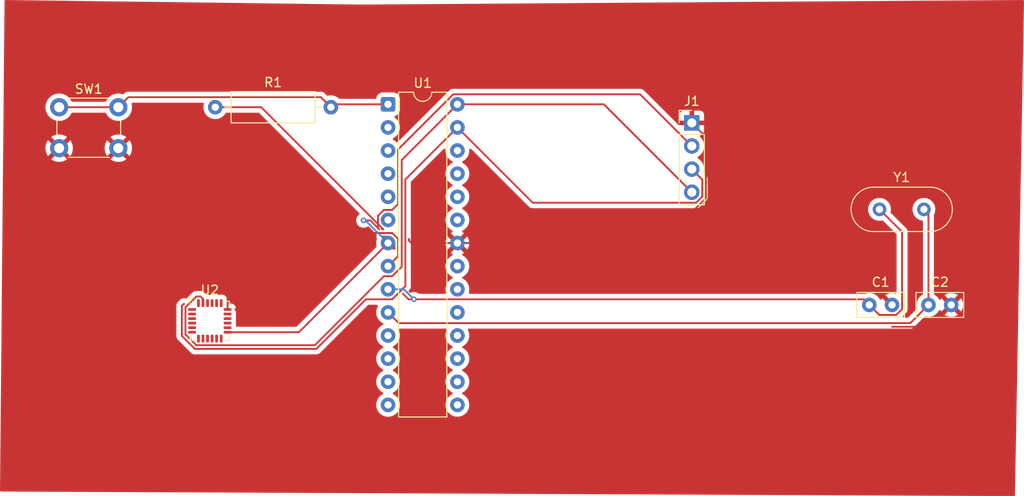
<source format=kicad_pcb>
(kicad_pcb (version 20241229) (generator "pcbnew") (generator_version "9.0")
  (layers (0 "F.Cu" signal) (2 "B.Cu" signal) (13 "F.Paste" user) (15 "B.Paste" user) (5 "F.SilkS" user "F.Silkscreen") (7 "B.SilkS" user "B.Silkscreen") (1 "F.Mask" user) (3 "B.Mask" user) (25 "Edge.Cuts" user))
  (net 0 "")
  (net 1 "Net-(U1-XTAL1{slash}PB6)")
  (net 2 "Net-(J1-Pin_1)")
  (net 3 "Net-(U1-XTAL2{slash}PB7)")
  (net 4 "Net-(J1-Pin_2)")
  (net 5 "Net-(J1-Pin_4)")
  (net 6 "Net-(J1-Pin_3)")
  (net 7 "Net-(U1-~{RESET}{slash}PC6)")
  (footprint "Crystal:Crystal_HC49-U_Vertical" (layer "F.Cu") (at 175.12 84)
    (property "Reference" "Y1" (at 2.44 -3.52 0) (layer "F.SilkS"))
    (property "Value" "Crystal")
    (fp_line (start -0.685 -2.435) (end 5.565 -2.435) (stroke (width 0.12)) (layer "F.SilkS"))
    (fp_line (start -0.685 2.435) (end 5.565 2.435) (stroke (width 0.12)) (layer "F.SilkS"))
    (fp_arc (start -0.685 2.435) (mid -3.12 0) (end -0.685 -2.435) (stroke (width 0.12)) (layer "F.SilkS"))
    (fp_arc (start 5.565 -2.435) (mid 8 0) (end 5.565 2.435) (stroke (width 0.12)) (layer "F.SilkS"))
    (pad "1" thru_hole circle (at 0 0) (size 1.5 1.5) (drill 0.8) (layers "*.Cu" "*.Mask") (net 1 "Net-(U1-XTAL1{slash}PB6)"))
    (pad "2" thru_hole circle (at 4.88 0) (size 1.5 1.5) (drill 0.8) (layers "*.Cu" "*.Mask") (net 3 "Net-(U1-XTAL2{slash}PB7)"))
  )
  (footprint "Button_Switch_THT:SW_PUSH_6mm_H5mm" (layer "F.Cu") (at 85 72.78)
    (property "Reference" "SW1" (at 3.25 -2 0) (layer "F.SilkS"))
    (property "Value" "SW_Push")
    (fp_line (start -0.25 1.5) (end -0.25 3) (stroke (width 0.12)) (layer "F.SilkS"))
    (fp_line (start 1 5.5) (end 5.5 5.5) (stroke (width 0.12)) (layer "F.SilkS"))
    (fp_line (start 5.5 -1) (end 1 -1) (stroke (width 0.12)) (layer "F.SilkS"))
    (fp_line (start 6.75 3) (end 6.75 1.5) (stroke (width 0.12)) (layer "F.SilkS"))
    (pad "1" thru_hole circle (at 0 0 90) (size 2 2) (drill 1.1) (layers "*.Cu" "*.Mask") (net 7 "Net-(U1-~{RESET}{slash}PC6)"))
    (pad "1" thru_hole circle (at 6.5 0 90) (size 2 2) (drill 1.1) (layers "*.Cu" "*.Mask") (net 7 "Net-(U1-~{RESET}{slash}PC6)"))
    (pad "2" thru_hole circle (at 0 4.5 90) (size 2 2) (drill 1.1) (layers "*.Cu" "*.Mask") (net 2 "Net-(J1-Pin_1)"))
    (pad "2" thru_hole circle (at 6.5 4.5 90) (size 2 2) (drill 1.1) (layers "*.Cu" "*.Mask") (net 2 "Net-(J1-Pin_1)"))
  )
  (footprint "Sensor_Motion:InvenSense_QFN-24_4x4mm_P0.5mm" (layer "F.Cu") (at 101.55 96.25)
    (property "Reference" "U2" (at 0 -3.375 0) (layer "F.SilkS"))
    (property "Value" "MPU-6050")
    (fp_line (start -2.15 -1.685) (end -2.15 -1.91) (stroke (width 0.12)) (layer "F.SilkS"))
    (fp_line (start -2.15 2.15) (end -2.15 1.625) (stroke (width 0.12)) (layer "F.SilkS"))
    (fp_line (start -2.15 2.15) (end -1.625 2.15) (stroke (width 0.12)) (layer "F.SilkS"))
    (fp_line (start -1.625 -2.15) (end -1.85 -2.15) (stroke (width 0.12)) (layer "F.SilkS"))
    (fp_line (start 2.15 -2.15) (end 1.625 -2.15) (stroke (width 0.12)) (layer "F.SilkS"))
    (fp_line (start 2.15 -2.15) (end 2.15 -1.625) (stroke (width 0.12)) (layer "F.SilkS"))
    (fp_line (start 2.15 2.15) (end 1.625 2.15) (stroke (width 0.12)) (layer "F.SilkS"))
    (fp_line (start 2.15 2.15) (end 2.15 1.625) (stroke (width 0.12)) (layer "F.SilkS"))
    (fp_poly (pts (xy -2.15 -2.15) (xy -2.39 -2.48) (xy -1.91 -2.48) (xy -2.15 -2.15)) (stroke (width 0.12)) (fill yes) (layer "F.SilkS"))
    (pad "1" smd roundrect (at -1.95 -1.25) (size 0.85 0.3) (layers "F.Cu" "F.Mask" "F.Paste"))
    (pad "2" smd roundrect (at -1.95 -0.75) (size 0.85 0.3) (layers "F.Cu" "F.Mask" "F.Paste"))
    (pad "3" smd roundrect (at -1.95 -0.25) (size 0.85 0.3) (layers "F.Cu" "F.Mask" "F.Paste"))
    (pad "4" smd roundrect (at -1.95 0.25) (size 0.85 0.3) (layers "F.Cu" "F.Mask" "F.Paste"))
    (pad "5" smd roundrect (at -1.95 0.75) (size 0.85 0.3) (layers "F.Cu" "F.Mask" "F.Paste"))
    (pad "6" smd roundrect (at -1.95 1.25) (size 0.85 0.3) (layers "F.Cu" "F.Mask" "F.Paste"))
    (pad "7" smd roundrect (at -1.25 1.95 90) (size 0.85 0.3) (layers "F.Cu" "F.Mask" "F.Paste"))
    (pad "8" smd roundrect (at -0.75 1.95 90) (size 0.85 0.3) (layers "F.Cu" "F.Mask" "F.Paste"))
    (pad "9" smd roundrect (at -0.25 1.95 90) (size 0.85 0.3) (layers "F.Cu" "F.Mask" "F.Paste"))
    (pad "10" smd roundrect (at 0.25 1.95 90) (size 0.85 0.3) (layers "F.Cu" "F.Mask" "F.Paste"))
    (pad "11" smd roundrect (at 0.75 1.95 90) (size 0.85 0.3) (layers "F.Cu" "F.Mask" "F.Paste"))
    (pad "12" smd roundrect (at 1.25 1.95 90) (size 0.85 0.3) (layers "F.Cu" "F.Mask" "F.Paste"))
    (pad "13" smd roundrect (at 1.95 1.25) (size 0.85 0.3) (layers "F.Cu" "F.Mask" "F.Paste") (net 4 "Net-(J1-Pin_2)"))
    (pad "14" smd roundrect (at 1.95 0.75) (size 0.85 0.3) (layers "F.Cu" "F.Mask" "F.Paste"))
    (pad "15" smd roundrect (at 1.95 0.25) (size 0.85 0.3) (layers "F.Cu" "F.Mask" "F.Paste"))
    (pad "16" smd roundrect (at 1.95 -0.25) (size 0.85 0.3) (layers "F.Cu" "F.Mask" "F.Paste"))
    (pad "17" smd roundrect (at 1.95 -0.75) (size 0.85 0.3) (layers "F.Cu" "F.Mask" "F.Paste"))
    (pad "18" smd roundrect (at 1.95 -1.25) (size 0.85 0.3) (layers "F.Cu" "F.Mask" "F.Paste") (net 2 "Net-(J1-Pin_1)"))
    (pad "19" smd roundrect (at 1.25 -1.95 90) (size 0.85 0.3) (layers "F.Cu" "F.Mask" "F.Paste"))
    (pad "20" smd roundrect (at 0.75 -1.95 90) (size 0.85 0.3) (layers "F.Cu" "F.Mask" "F.Paste"))
    (pad "21" smd roundrect (at 0.25 -1.95 90) (size 0.85 0.3) (layers "F.Cu" "F.Mask" "F.Paste"))
    (pad "22" smd roundrect (at -0.25 -1.95 90) (size 0.85 0.3) (layers "F.Cu" "F.Mask" "F.Paste"))
    (pad "23" smd roundrect (at -0.75 -1.95 90) (size 0.85 0.3) (layers "F.Cu" "F.Mask" "F.Paste") (net 5 "Net-(J1-Pin_4)"))
    (pad "24" smd roundrect (at -1.25 -1.95 90) (size 0.85 0.3) (layers "F.Cu" "F.Mask" "F.Paste") (net 6 "Net-(J1-Pin_3)"))
    (zone (net 0) (net_name "") (layer "F.Cu") (connect_pads (clearance 0)) (min_thickness 0.254)
      (keepout (tracks not_allowed) (vias not_allowed) (pads not_allowed) (copperpour not_allowed) (footprints allowed))
      (fill (thermal_gap 0.508) (thermal_bridge_width 0.508))
      (polygon (pts (xy 100.175 94.925) (xy 102.925 94.925) (xy 102.925 97.575) (xy 100.175 97.575)))
    )
  )
  (footprint "Resistor_THT:R_Axial_DIN0309_L9.0mm_D3.2mm_P12.70mm_Horizontal" (layer "F.Cu") (at 102.15 72.78)
    (property "Reference" "R1" (at 6.35 -2.72 0) (layer "F.SilkS"))
    (property "Value" "R")
    (fp_line (start 1.04 0) (end 1.73 0) (stroke (width 0.12)) (layer "F.SilkS"))
    (fp_line (start 11.66 0) (end 10.97 0) (stroke (width 0.12)) (layer "F.SilkS"))
    (fp_rect (start 1.73 -1.72) (end 10.97 1.72) (stroke (width 0.12)) (fill no) (layer "F.SilkS"))
    (pad "1" thru_hole circle (at 0 0) (size 1.6 1.6) (drill 0.8) (layers "*.Cu" "*.Mask") (net 4 "Net-(J1-Pin_2)"))
    (pad "2" thru_hole circle (at 12.7 0) (size 1.6 1.6) (drill 0.8) (layers "*.Cu" "*.Mask") (net 7 "Net-(U1-~{RESET}{slash}PC6)"))
  )
  (footprint "Capacitor_THT:C_Disc_D5.0mm_W2.5mm_P2.50mm" (layer "F.Cu") (at 174 94.5)
    (property "Reference" "C1" (at 1.25 -2.5 0) (layer "F.SilkS"))
    (property "Value" "C")
    (fp_line (start -1.37 -1.37) (end -1.37 1.37) (stroke (width 0.12)) (layer "F.SilkS"))
    (fp_line (start -1.37 -1.37) (end 3.87 -1.37) (stroke (width 0.12)) (layer "F.SilkS"))
    (fp_line (start -1.37 1.37) (end 3.87 1.37) (stroke (width 0.12)) (layer "F.SilkS"))
    (fp_line (start 3.87 -1.37) (end 3.87 1.37) (stroke (width 0.12)) (layer "F.SilkS"))
    (pad "1" thru_hole circle (at 0 0) (size 1.6 1.6) (drill 0.8) (layers "*.Cu" "*.Mask") (net 1 "Net-(U1-XTAL1{slash}PB6)"))
    (pad "2" thru_hole circle (at 2.5 0) (size 1.6 1.6) (drill 0.8) (layers "*.Cu" "*.Mask") (net 2 "Net-(J1-Pin_1)"))
  )
  (footprint "Package_DIP:DIP-28_W7.62mm" (layer "F.Cu") (at 121.13 72.46)
    (property "Reference" "U1" (at 3.81 -2.33 0) (layer "F.SilkS"))
    (property "Value" "ATmega328P-P")
    (fp_line (start 1.16 -1.33) (end 1.16 34.35) (stroke (width 0.12)) (layer "F.SilkS"))
    (fp_line (start 1.16 34.35) (end 6.46 34.35) (stroke (width 0.12)) (layer "F.SilkS"))
    (fp_line (start 2.81 -1.33) (end 1.16 -1.33) (stroke (width 0.12)) (layer "F.SilkS"))
    (fp_line (start 6.46 -1.33) (end 4.81 -1.33) (stroke (width 0.12)) (layer "F.SilkS"))
    (fp_line (start 6.46 34.35) (end 6.46 -1.33) (stroke (width 0.12)) (layer "F.SilkS"))
    (fp_arc (start 4.81 -1.33) (mid 3.81 -0.33) (end 2.81 -1.33) (stroke (width 0.12)) (layer "F.SilkS"))
    (pad "1" thru_hole roundrect (at 0 0) (size 1.6 1.6) (drill 0.8) (layers "*.Cu" "*.Mask") (roundrect_rratio 0.15625) (net 7 "Net-(U1-~{RESET}{slash}PC6)"))
    (pad "2" thru_hole circle (at 0 2.54) (size 1.6 1.6) (drill 0.8) (layers "*.Cu" "*.Mask"))
    (pad "3" thru_hole circle (at 0 5.08) (size 1.6 1.6) (drill 0.8) (layers "*.Cu" "*.Mask"))
    (pad "4" thru_hole circle (at 0 7.62) (size 1.6 1.6) (drill 0.8) (layers "*.Cu" "*.Mask"))
    (pad "5" thru_hole circle (at 0 10.16) (size 1.6 1.6) (drill 0.8) (layers "*.Cu" "*.Mask"))
    (pad "6" thru_hole circle (at 0 12.7) (size 1.6 1.6) (drill 0.8) (layers "*.Cu" "*.Mask"))
    (pad "7" thru_hole circle (at 0 15.24) (size 1.6 1.6) (drill 0.8) (layers "*.Cu" "*.Mask") (net 4 "Net-(J1-Pin_2)"))
    (pad "8" thru_hole circle (at 0 17.78) (size 1.6 1.6) (drill 0.8) (layers "*.Cu" "*.Mask") (net 2 "Net-(J1-Pin_1)"))
    (pad "9" thru_hole circle (at 0 20.32) (size 1.6 1.6) (drill 0.8) (layers "*.Cu" "*.Mask") (net 1 "Net-(U1-XTAL1{slash}PB6)"))
    (pad "10" thru_hole circle (at 0 22.86) (size 1.6 1.6) (drill 0.8) (layers "*.Cu" "*.Mask") (net 3 "Net-(U1-XTAL2{slash}PB7)"))
    (pad "11" thru_hole circle (at 0 25.4) (size 1.6 1.6) (drill 0.8) (layers "*.Cu" "*.Mask"))
    (pad "12" thru_hole circle (at 0 27.94) (size 1.6 1.6) (drill 0.8) (layers "*.Cu" "*.Mask"))
    (pad "13" thru_hole circle (at 0 30.48) (size 1.6 1.6) (drill 0.8) (layers "*.Cu" "*.Mask"))
    (pad "14" thru_hole circle (at 0 33.02) (size 1.6 1.6) (drill 0.8) (layers "*.Cu" "*.Mask"))
    (pad "15" thru_hole circle (at 7.62 33.02) (size 1.6 1.6) (drill 0.8) (layers "*.Cu" "*.Mask"))
    (pad "16" thru_hole circle (at 7.62 30.48) (size 1.6 1.6) (drill 0.8) (layers "*.Cu" "*.Mask"))
    (pad "17" thru_hole circle (at 7.62 27.94) (size 1.6 1.6) (drill 0.8) (layers "*.Cu" "*.Mask"))
    (pad "18" thru_hole circle (at 7.62 25.4) (size 1.6 1.6) (drill 0.8) (layers "*.Cu" "*.Mask"))
    (pad "19" thru_hole circle (at 7.62 22.86) (size 1.6 1.6) (drill 0.8) (layers "*.Cu" "*.Mask"))
    (pad "20" thru_hole circle (at 7.62 20.32) (size 1.6 1.6) (drill 0.8) (layers "*.Cu" "*.Mask"))
    (pad "21" thru_hole circle (at 7.62 17.78) (size 1.6 1.6) (drill 0.8) (layers "*.Cu" "*.Mask"))
    (pad "22" thru_hole circle (at 7.62 15.24) (size 1.6 1.6) (drill 0.8) (layers "*.Cu" "*.Mask") (net 2 "Net-(J1-Pin_1)"))
    (pad "23" thru_hole circle (at 7.62 12.7) (size 1.6 1.6) (drill 0.8) (layers "*.Cu" "*.Mask"))
    (pad "24" thru_hole circle (at 7.62 10.16) (size 1.6 1.6) (drill 0.8) (layers "*.Cu" "*.Mask"))
    (pad "25" thru_hole circle (at 7.62 7.62) (size 1.6 1.6) (drill 0.8) (layers "*.Cu" "*.Mask"))
    (pad "26" thru_hole circle (at 7.62 5.08) (size 1.6 1.6) (drill 0.8) (layers "*.Cu" "*.Mask"))
    (pad "27" thru_hole circle (at 7.62 2.54) (size 1.6 1.6) (drill 0.8) (layers "*.Cu" "*.Mask") (net 6 "Net-(J1-Pin_3)"))
    (pad "28" thru_hole circle (at 7.62 0) (size 1.6 1.6) (drill 0.8) (layers "*.Cu" "*.Mask") (net 5 "Net-(J1-Pin_4)"))
  )
  (footprint "Capacitor_THT:C_Disc_D5.0mm_W2.5mm_P2.50mm" (layer "F.Cu") (at 180.5 94.5)
    (property "Reference" "C2" (at 1.25 -2.5 0) (layer "F.SilkS"))
    (property "Value" "C")
    (fp_line (start -1.37 -1.37) (end -1.37 1.37) (stroke (width 0.12)) (layer "F.SilkS"))
    (fp_line (start -1.37 -1.37) (end 3.87 -1.37) (stroke (width 0.12)) (layer "F.SilkS"))
    (fp_line (start -1.37 1.37) (end 3.87 1.37) (stroke (width 0.12)) (layer "F.SilkS"))
    (fp_line (start 3.87 -1.37) (end 3.87 1.37) (stroke (width 0.12)) (layer "F.SilkS"))
    (pad "1" thru_hole circle (at 0 0) (size 1.6 1.6) (drill 0.8) (layers "*.Cu" "*.Mask") (net 3 "Net-(U1-XTAL2{slash}PB7)"))
    (pad "2" thru_hole circle (at 2.5 0) (size 1.6 1.6) (drill 0.8) (layers "*.Cu" "*.Mask") (net 2 "Net-(J1-Pin_1)"))
  )
  (footprint "Connector_PinHeader_2.54mm:PinHeader_1x04_P2.54mm_Vertical" (layer "F.Cu") (at 154.5 74.5)
    (property "Reference" "J1" (at 0 -2.38 0) (layer "F.SilkS"))
    (property "Value" "Conn_01x04")
    (fp_line (start -1.38 -1.38) (end 0 -1.38) (stroke (width 0.12)) (layer "F.SilkS"))
    (fp_line (start -1.38 0) (end -1.38 -1.38) (stroke (width 0.12)) (layer "F.SilkS"))
    (fp_line (start -1.38 1.27) (end -1.38 9) (stroke (width 0.12)) (layer "F.SilkS"))
    (fp_line (start -1.38 1.27) (end 1.38 1.27) (stroke (width 0.12)) (layer "F.SilkS"))
    (fp_line (start -1.38 9) (end 1.38 9) (stroke (width 0.12)) (layer "F.SilkS"))
    (fp_line (start 1.38 1.27) (end 1.38 9) (stroke (width 0.12)) (layer "F.SilkS"))
    (pad "1" thru_hole rect (at 0 0) (size 1.7 1.7) (drill 1) (layers "*.Cu" "*.Mask") (net 2 "Net-(J1-Pin_1)"))
    (pad "2" thru_hole circle (at 0 2.54) (size 1.7 1.7) (drill 1) (layers "*.Cu" "*.Mask") (net 4 "Net-(J1-Pin_2)"))
    (pad "3" thru_hole circle (at 0 5.08) (size 1.7 1.7) (drill 1) (layers "*.Cu" "*.Mask") (net 6 "Net-(J1-Pin_3)"))
    (pad "4" thru_hole circle (at 0 7.62) (size 1.7 1.7) (drill 1) (layers "*.Cu" "*.Mask") (net 5 "Net-(J1-Pin_4)"))
  )
  (gr_curve (pts (xy 139 87.5) (xy 139 87.5) (xy 139 87.5) (xy 139 87.5)) (stroke (width 0.2)) (layer "F.Cu"))
  (gr_curve (pts (xy 139 87.5) (xy 139 87.5) (xy 139 87.5) (xy 139 87.5)) (stroke (width 0.2)) (layer "F.Cu"))
  (segment (start 175.101 95.601) (end 174 94.5) (width 0.2) (layer "F.Cu") (net 1))
  (segment (start 123.381 93.881) (end 122.767 93.2671) (width 0.2) (layer "F.Cu") (net 1))
  (segment (start 123.9748 93.881) (end 123.381 93.881) (width 0.2) (layer "F.Cu") (net 1))
  (segment (start 177.601 94.9561) (end 176.956 95.601) (width 0.2) (layer "F.Cu") (net 1))
  (segment (start 176.956 95.601) (end 175.101 95.601) (width 0.2) (layer "F.Cu") (net 1))
  (segment (start 173.381 93.881) (end 123.9748 93.881) (width 0.2) (layer "F.Cu") (net 1))
  (segment (start 174 94.5) (end 173.381 93.881) (width 0.2) (layer "F.Cu") (net 1))
  (segment (start 177.601 86.481) (end 177.601 94.9561) (width 0.2) (layer "F.Cu") (net 1))
  (segment (start 175.12 84) (end 177.601 86.481) (width 0.2) (layer "F.Cu") (net 1))
  (via (at 123.9748 93.881) (size 0.6) (drill 0.3) (layers "F.Cu" "B.Cu") (net 1))
  (segment (start 121.13 92.78) (end 122.8738 92.78) (width 0.2) (layer "B.Cu") (net 1))
  (segment (start 122.8738 92.78) (end 123.9748 93.881) (width 0.2) (layer "B.Cu") (net 1))
  (segment (start 154.5 74.5) (end 156.052 76.052) (width 0.2) (layer "F.Cu") (net 2))
  (segment (start 176.5 94.5) (end 177.2 94.5) (width 0.2) (layer "F.Cu") (net 2))
  (segment (start 151.115 87.7) (end 128.75 87.7) (width 0.2) (layer "F.Cu") (net 2))
  (segment (start 156.052 82.7629) (end 151.115 87.7) (width 0.2) (layer "F.Cu") (net 2))
  (segment (start 180.599 96.901) (end 176.5 96.901) (width 0.2) (layer "F.Cu") (net 2))
  (segment (start 103.5 89.28) (end 91.5 77.28) (width 0.2) (layer "F.Cu") (net 2))
  (segment (start 176.5 94.5) (end 156.5 74.5) (width 0.2) (layer "F.Cu") (net 2))
  (segment (start 103.5 95) (end 103.5 89.28) (width 0.2) (layer "F.Cu") (net 2))
  (segment (start 128.75 87.7) (end 123.7 87.7) (width 0.2) (layer "F.Cu") (net 2))
  (segment (start 183 94.5) (end 180.599 96.901) (width 0.2) (layer "F.Cu") (net 2))
  (segment (start 122.231 87.2439) (end 121.586 86.599) (width 0.2) (layer "F.Cu") (net 2))
  (segment (start 123.7 87.7) (end 123.434 87.434) (width 0.2) (layer "F.Cu") (net 2))
  (segment (start 123.434 87.434) (end 123.434 87.2439) (width 0.2) (layer "F.Cu") (net 2))
  (segment (start 156.052 76.052) (end 156.052 82.7629) (width 0.2) (layer "F.Cu") (net 2))
  (segment (start 156.5 74.5) (end 154.5 74.5) (width 0.2) (layer "F.Cu") (net 2))
  (segment (start 121.586 86.599) (end 106.181 86.599) (width 0.2) (layer "F.Cu") (net 2))
  (segment (start 121.13 90.24) (end 122.231 89.139) (width 0.2) (layer "F.Cu") (net 2))
  (segment (start 106.181 86.599) (end 103.5 89.28) (width 0.2) (layer "F.Cu") (net 2))
  (segment (start 122.231 89.139) (end 122.231 87.2439) (width 0.2) (layer "F.Cu") (net 2))
  (segment (start 180.5 84.5) (end 180.5 94.5) (width 0.2) (layer "F.Cu") (net 3))
  (segment (start 122.31 96.5) (end 178.5 96.5) (width 0.2) (layer "F.Cu") (net 3))
  (segment (start 180 84) (end 180.5 84.5) (width 0.2) (layer "F.Cu") (net 3))
  (segment (start 121.13 95.32) (end 122.31 96.5) (width 0.2) (layer "F.Cu") (net 3))
  (segment (start 178.5 96.5) (end 180.5 94.5) (width 0.2) (layer "F.Cu") (net 3))
  (segment (start 121.13 87) (end 120.456 87) (width 0.2) (layer "F.Cu") (net 4))
  (segment (start 120.029 84.7039) (end 120.029 85.6165) (width 0.2) (layer "F.Cu") (net 4))
  (segment (start 121.13 87.7) (end 111.33 97.5) (width 0.2) (layer "F.Cu") (net 4))
  (segment (start 121.83 87.7) (end 121.83 88.33) (width 0.2) (layer "F.Cu") (net 4))
  (segment (start 119.182 85.215) (end 120.029 86.062) (width 0.2) (layer "F.Cu") (net 4))
  (segment (start 107.193 72.78) (end 120.029 85.6165) (width 0.2) (layer "F.Cu") (net 4))
  (segment (start 120.456 86.0435) (end 120.611 86.198) (width 0.2) (layer "F.Cu") (net 4))
  (segment (start 121.83 88.33) (end 121.76 88.33) (width 0.2) (layer "F.Cu") (net 4))
  (segment (start 148.819 71.359) (end 128.294 71.359) (width 0.2) (layer "F.Cu") (net 4))
  (segment (start 102.15 72.78) (end 107.193 72.78) (width 0.2) (layer "F.Cu") (net 4))
  (segment (start 122.231 77.4219) (end 122.231 83.4141) (width 0.2) (layer "F.Cu") (net 4))
  (segment (start 120.029 86.062) (end 120.165 86.198) (width 0.2) (layer "F.Cu") (net 4))
  (segment (start 154.5 77.04) (end 148.819 71.359) (width 0.2) (layer "F.Cu") (net 4))
  (segment (start 120.029 85.6165) (end 120.456 86.0435) (width 0.2) (layer "F.Cu") (net 4))
  (segment (start 122.231 83.4141) (end 121.586 84.059) (width 0.2) (layer "F.Cu") (net 4))
  (segment (start 128.294 71.359) (end 122.231 77.4219) (width 0.2) (layer "F.Cu") (net 4))
  (segment (start 121.76 88.33) (end 121.13 87.7) (width 0.2) (layer "F.Cu") (net 4))
  (segment (start 120.029 85.6165) (end 120.029 86.062) (width 0.2) (layer "F.Cu") (net 4))
  (segment (start 121.586 84.059) (end 120.674 84.059) (width 0.2) (layer "F.Cu") (net 4))
  (segment (start 120.674 84.059) (end 120.029 84.7039) (width 0.2) (layer "F.Cu") (net 4))
  (segment (start 121.13 87.7) (end 121.13 87) (width 0.2) (layer "F.Cu") (net 4))
  (segment (start 118.4383 85.215) (end 119.182 85.215) (width 0.2) (layer "F.Cu") (net 4))
  (segment (start 121.13 87.7) (end 121.83 87.7) (width 0.2) (layer "F.Cu") (net 4))
  (segment (start 120.456 86.0435) (end 120.456 86.198) (width 0.2) (layer "F.Cu") (net 4))
  (segment (start 111.33 97.5) (end 103.5 97.5) (width 0.2) (layer "F.Cu") (net 4))
  (via (at 118.4383 85.215) (size 0.6) (drill 0.3) (layers "F.Cu" "B.Cu") (net 4))
  (segment (start 121.13 87.7) (end 118.645 85.215) (width 0.2) (layer "B.Cu") (net 4))
  (segment (start 118.645 85.215) (end 118.4383 85.215) (width 0.2) (layer "B.Cu") (net 4))
  (segment (start 121.586 91.341) (end 120.674 91.341) (width 0.2) (layer "F.Cu") (net 5))
  (segment (start 144.84 72.46) (end 154.5 82.12) (width 0.2) (layer "F.Cu") (net 5))
  (segment (start 100.067 98.926) (end 98.874 97.7328) (width 0.2) (layer "F.Cu") (net 5))
  (segment (start 120.674 91.341) (end 113.089 98.926) (width 0.2) (layer "F.Cu") (net 5))
  (segment (start 100.8 93.8412) (end 100.8 94.3) (width 0.2) (layer "F.Cu") (net 5))
  (segment (start 98.874 94.7672) (end 100.067 93.574) (width 0.2) (layer "F.Cu") (net 5))
  (segment (start 100.533 93.574) (end 100.8 93.8412) (width 0.2) (layer "F.Cu") (net 5))
  (segment (start 128.75 72.46) (end 122.632 78.578) (width 0.2) (layer "F.Cu") (net 5))
  (segment (start 122.632 90.2951) (end 121.586 91.341) (width 0.2) (layer "F.Cu") (net 5))
  (segment (start 128.75 72.46) (end 144.84 72.46) (width 0.2) (layer "F.Cu") (net 5))
  (segment (start 98.874 97.7328) (end 98.874 94.7672) (width 0.2) (layer "F.Cu") (net 5))
  (segment (start 100.067 93.574) (end 100.533 93.574) (width 0.2) (layer "F.Cu") (net 5))
  (segment (start 113.089 98.926) (end 100.067 98.926) (width 0.2) (layer "F.Cu") (net 5))
  (segment (start 122.632 78.578) (end 122.632 90.2951) (width 0.2) (layer "F.Cu") (net 5))
  (segment (start 137.021 83.271) (end 128.75 75) (width 0.2) (layer "F.Cu") (net 6))
  (segment (start 98.473 97.8989) (end 98.473 94.6011) (width 0.2) (layer "F.Cu") (net 6))
  (segment (start 113.255 99.327) (end 99.9011 99.327) (width 0.2) (layer "F.Cu") (net 6))
  (segment (start 118.701 93.881) (end 113.255 99.327) (width 0.2) (layer "F.Cu") (net 6))
  (segment (start 155.651 82.5968) (end 154.977 83.271) (width 0.2) (layer "F.Cu") (net 6))
  (segment (start 123.033 80.717) (end 123.033 92.4341) (width 0.2) (layer "F.Cu") (net 6))
  (segment (start 155.651 80.731) (end 155.651 82.5968) (width 0.2) (layer "F.Cu") (net 6))
  (segment (start 154.5 79.58) (end 155.651 80.731) (width 0.2) (layer "F.Cu") (net 6))
  (segment (start 128.75 75) (end 123.033 80.717) (width 0.2) (layer "F.Cu") (net 6))
  (segment (start 121.586 93.881) (end 118.701 93.881) (width 0.2) (layer "F.Cu") (net 6))
  (segment (start 98.473 94.6011) (end 98.7079 94.3662) (width 0.2) (layer "F.Cu") (net 6))
  (segment (start 154.977 83.271) (end 137.021 83.271) (width 0.2) (layer "F.Cu") (net 6))
  (segment (start 123.033 92.4341) (end 121.586 93.881) (width 0.2) (layer "F.Cu") (net 6))
  (segment (start 99.9011 99.327) (end 98.473 97.8989) (width 0.2) (layer "F.Cu") (net 6))
  (segment (start 85 72.78) (end 91.5 72.78) (width 0.2) (layer "F.Cu") (net 7))
  (segment (start 113.749 71.679) (end 92.601 71.679) (width 0.2) (layer "F.Cu") (net 7))
  (segment (start 114.85 72.78) (end 113.749 71.679) (width 0.2) (layer "F.Cu") (net 7))
  (segment (start 115.17 72.46) (end 114.85 72.78) (width 0.2) (layer "F.Cu") (net 7))
  (segment (start 121.13 72.46) (end 115.17 72.46) (width 0.2) (layer "F.Cu") (net 7))
  (segment (start 92.601 71.679) (end 91.5 72.78) (width 0.2) (layer "F.Cu") (net 7))
  (zone (net 2) (net_name "Net-(J1-Pin_1)") (layer "F.Cu") (connect_pads (clearance 0.5)) (min_thickness 0.25) (fill yes (thermal_gap 0.5) (thermal_bridge_width 0.5))
    (polygon (pts (xy 118 61.5) (xy 191 61) (xy 190 115.5) (xy 78.5 115) (xy 79 61)))
  )
)
</source>
